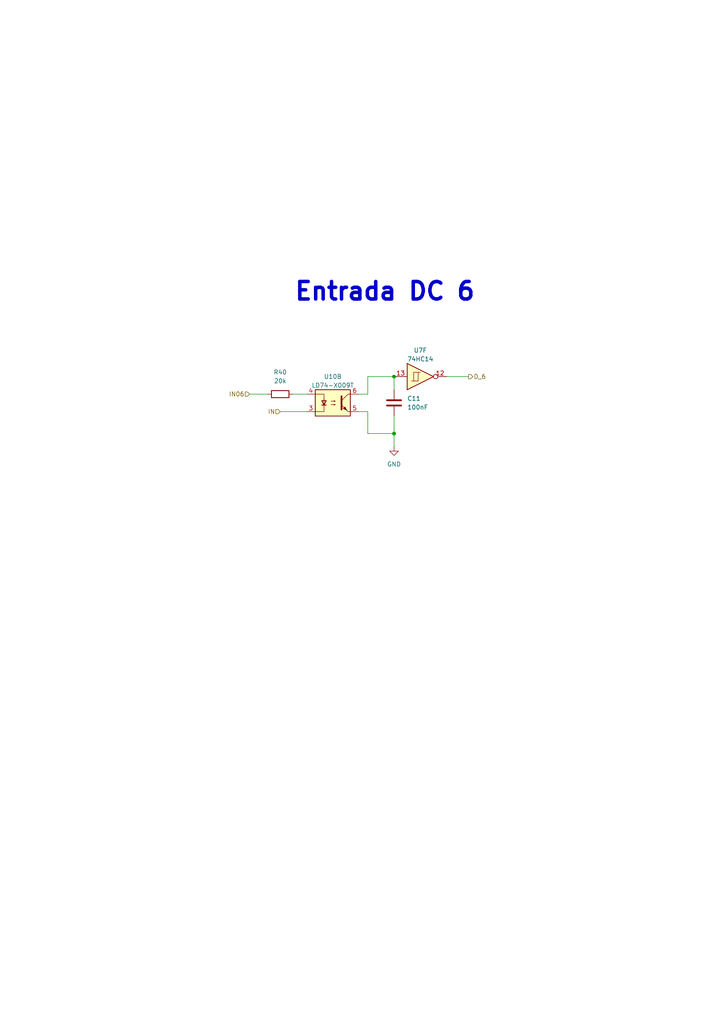
<source format=kicad_sch>
(kicad_sch (version 20221004) (generator eeschema)
  (paper "A4" portrait)
  (title_block (date "2022-10-09") (rev "José Luis Laica"))
  (lib_symbols
    (symbol "74xx:74HC14" (pin_names (offset 1.016))
      (property "Reference" "U" (at 0 1.27 0))
      (property "Value" "74HC14" (at 0 -1.27 0))
      (symbol "74HC14_1_0"
        (polyline (pts (xy -3.81 3.81) (xy -3.81 -3.81) (xy 3.81 0) (xy -3.81 3.81)) (stroke (width 0.254)) (fill (type background)))
        (pin input line (at -7.62 0 0) (length 3.81) (name "~") (number "1"))
        (pin output inverted (at 7.62 0 180) (length 3.81) (name "~") (number "2"))
      )
      (symbol "74HC14_1_1"
        (polyline (pts (xy -1.905 -1.27) (xy -1.905 1.27) (xy -0.635 1.27)))
        (polyline (pts (xy -2.54 -1.27) (xy -0.635 -1.27) (xy -0.635 1.27) (xy 0 1.27)))
      )
      (symbol "74HC14_2_0"
        (polyline (pts (xy -3.81 3.81) (xy -3.81 -3.81) (xy 3.81 0) (xy -3.81 3.81)) (stroke (width 0.254)) (fill (type background)))
        (pin input line (at -7.62 0 0) (length 3.81) (name "~") (number "3"))
        (pin output inverted (at 7.62 0 180) (length 3.81) (name "~") (number "4"))
      )
      (symbol "74HC14_2_1"
        (polyline (pts (xy -1.905 -1.27) (xy -1.905 1.27) (xy -0.635 1.27)))
        (polyline (pts (xy -2.54 -1.27) (xy -0.635 -1.27) (xy -0.635 1.27) (xy 0 1.27)))
      )
      (symbol "74HC14_3_0"
        (polyline (pts (xy -3.81 3.81) (xy -3.81 -3.81) (xy 3.81 0) (xy -3.81 3.81)) (stroke (width 0.254)) (fill (type background)))
        (pin input line (at -7.62 0 0) (length 3.81) (name "~") (number "5"))
        (pin output inverted (at 7.62 0 180) (length 3.81) (name "~") (number "6"))
      )
      (symbol "74HC14_3_1"
        (polyline (pts (xy -1.905 -1.27) (xy -1.905 1.27) (xy -0.635 1.27)))
        (polyline (pts (xy -2.54 -1.27) (xy -0.635 -1.27) (xy -0.635 1.27) (xy 0 1.27)))
      )
      (symbol "74HC14_4_0"
        (polyline (pts (xy -3.81 3.81) (xy -3.81 -3.81) (xy 3.81 0) (xy -3.81 3.81)) (stroke (width 0.254)) (fill (type background)))
        (pin output inverted (at 7.62 0 180) (length 3.81) (name "~") (number "8"))
        (pin input line (at -7.62 0 0) (length 3.81) (name "~") (number "9"))
      )
      (symbol "74HC14_4_1"
        (polyline (pts (xy -1.905 -1.27) (xy -1.905 1.27) (xy -0.635 1.27)))
        (polyline (pts (xy -2.54 -1.27) (xy -0.635 -1.27) (xy -0.635 1.27) (xy 0 1.27)))
      )
      (symbol "74HC14_5_0"
        (polyline (pts (xy -3.81 3.81) (xy -3.81 -3.81) (xy 3.81 0) (xy -3.81 3.81)) (stroke (width 0.254)) (fill (type background)))
        (pin output inverted (at 7.62 0 180) (length 3.81) (name "~") (number "10"))
        (pin input line (at -7.62 0 0) (length 3.81) (name "~") (number "11"))
      )
      (symbol "74HC14_5_1"
        (polyline (pts (xy -1.905 -1.27) (xy -1.905 1.27) (xy -0.635 1.27)))
        (polyline (pts (xy -2.54 -1.27) (xy -0.635 -1.27) (xy -0.635 1.27) (xy 0 1.27)))
      )
      (symbol "74HC14_6_0"
        (polyline (pts (xy -3.81 3.81) (xy -3.81 -3.81) (xy 3.81 0) (xy -3.81 3.81)) (stroke (width 0.254)) (fill (type background)))
        (pin output inverted (at 7.62 0 180) (length 3.81) (name "~") (number "12"))
        (pin input line (at -7.62 0 0) (length 3.81) (name "~") (number "13"))
      )
      (symbol "74HC14_6_1"
        (polyline (pts (xy -1.905 -1.27) (xy -1.905 1.27) (xy -0.635 1.27)))
        (polyline (pts (xy -2.54 -1.27) (xy -0.635 -1.27) (xy -0.635 1.27) (xy 0 1.27)))
      )
      (symbol "74HC14_7_0"
        (pin power_in line (at 0 12.7 270) (length 5.08) (name "VCC") (number "14"))
        (pin power_in line (at 0 -12.7 90) (length 5.08) (name "GND") (number "7"))
      )
      (symbol "74HC14_7_1"
        (rectangle (start -5.08 7.62) (end 5.08 -7.62) (stroke (width 0.254)) (fill (type background)))
      )
    )
    (symbol "Device:C" (pin_numbers hide) (pin_names (offset 0.254))
      (property "Reference" "C" (at 0.635 2.54 0))
      (property "Value" "C" (at 0.635 -2.54 0))
      (symbol "C_0_1"
        (polyline (pts (xy -2.032 -0.762) (xy 2.032 -0.762)) (stroke (width 0.508)))
        (polyline (pts (xy -2.032 0.762) (xy 2.032 0.762)) (stroke (width 0.508)))
      )
      (symbol "C_1_1"
        (pin passive line (at 0 3.81 270) (length 2.794) (name "~") (number "1"))
        (pin passive line (at 0 -3.81 90) (length 2.794) (name "~") (number "2"))
      )
    )
    (symbol "Device:R" (pin_numbers hide) (pin_names (offset 0))
      (property "Reference" "R" (at 2.032 0 90))
      (property "Value" "R" (at 0 0 90))
      (symbol "R_0_1"
        (rectangle (start -1.016 -2.54) (end 1.016 2.54) (stroke (width 0.254)))
      )
      (symbol "R_1_1"
        (pin passive line (at 0 3.81 270) (length 1.27) (name "~") (number "1"))
        (pin passive line (at 0 -3.81 90) (length 1.27) (name "~") (number "2"))
      )
    )
    (symbol "Isolator:ILD74" (pin_names (offset 1.016))
      (property "Reference" "U" (at -5.08 5.08 0))
      (property "Value" "ILD74" (at 0 5.08 0))
      (symbol "ILD74_0_1"
        (rectangle (start -5.08 3.81) (end 5.08 -3.81) (stroke (width 0.254)) (fill (type background)))
        (polyline (pts (xy -3.175 -0.635) (xy -1.905 -0.635)) (stroke (width 0.254)))
        (polyline (pts (xy 2.54 0.635) (xy 4.445 2.54)))
        (polyline (pts (xy 4.445 -2.54) (xy 2.54 -0.635)) (fill (type outline)))
        (polyline (pts (xy 4.445 -2.54) (xy 5.08 -2.54)))
        (polyline (pts (xy 4.445 2.54) (xy 5.08 2.54)))
        (polyline (pts (xy -5.08 2.54) (xy -2.54 2.54) (xy -2.54 0.635)))
        (polyline (pts (xy 2.54 1.905) (xy 2.54 -1.905) (xy 2.54 -1.905)) (stroke (width 0.508)))
        (polyline (pts (xy -2.54 -0.635) (xy -3.175 0.635) (xy -1.905 0.635) (xy -2.54 -0.635)) (stroke (width 0.254)))
        (polyline (pts (xy -2.54 -0.635) (xy -2.54 1.27) (xy -2.54 -2.54) (xy -5.08 -2.54)))
        (polyline (pts (xy -0.508 -0.508) (xy 0.762 -0.508) (xy 0.381 -0.635) (xy 0.381 -0.381) (xy 0.762 -0.508)))
        (polyline (pts (xy -0.508 0.508) (xy 0.762 0.508) (xy 0.381 0.381) (xy 0.381 0.635) (xy 0.762 0.508)))
        (polyline (pts (xy 3.048 -1.651) (xy 3.556 -1.143) (xy 4.064 -2.159) (xy 3.048 -1.651) (xy 3.048 -1.651)) (fill (type outline)))
      )
      (symbol "ILD74_1_1"
        (pin passive line (at -7.62 2.54 0) (length 2.54) (name "~") (number "1"))
        (pin passive line (at -7.62 -2.54 0) (length 2.54) (name "~") (number "2"))
        (pin passive line (at 7.62 2.54 180) (length 2.54) (name "~") (number "7"))
        (pin passive line (at 7.62 -2.54 180) (length 2.54) (name "~") (number "8"))
      )
      (symbol "ILD74_2_1"
        (pin passive line (at -7.62 -2.54 0) (length 2.54) (name "~") (number "3"))
        (pin passive line (at -7.62 2.54 0) (length 2.54) (name "~") (number "4"))
        (pin passive line (at 7.62 -2.54 180) (length 2.54) (name "~") (number "5"))
        (pin passive line (at 7.62 2.54 180) (length 2.54) (name "~") (number "6"))
      )
    )
    (symbol "power:GND" (power) (pin_names (offset 0))
      (property "Value" "GND" (at 0 -3.81 0))
      (symbol "GND_0_1"
        (polyline (pts (xy 0 0) (xy 0 -1.27) (xy 1.27 -1.27) (xy 0 -2.54) (xy -1.27 -1.27) (xy 0 -1.27)))
      )
      (symbol "GND_1_1"
        (pin power_in line (at 0 0 270) (length 0) hide (name "GND") (number "1"))
      )
    )
  )
  (junction (at 114.3 125.73))
  (junction (at 114.3 109.22))
  (wire (pts (xy 104.14 119.38) (xy 106.68 119.38)))
  (wire (pts (xy 85.09 114.3) (xy 88.9 114.3)))
  (wire (pts (xy 106.68 119.38) (xy 106.68 125.73)))
  (wire (pts (xy 114.3 129.54) (xy 114.3 125.73)))
  (wire (pts (xy 114.3 109.22) (xy 114.3 113.03)))
  (wire (pts (xy 81.28 119.38) (xy 88.9 119.38)))
  (wire (pts (xy 114.3 125.73) (xy 114.3 120.65)))
  (wire (pts (xy 106.68 114.3) (xy 106.68 109.22)))
  (wire (pts (xy 72.39 114.3) (xy 77.47 114.3)))
  (wire (pts (xy 129.54 109.22) (xy 135.89 109.22)))
  (wire (pts (xy 106.68 125.73) (xy 114.3 125.73)))
  (wire (pts (xy 104.14 114.3) (xy 106.68 114.3)))
  (wire (pts (xy 106.68 109.22) (xy 114.3 109.22)))
  (text "Entrada DC 6" (at 85.09 87.63 0) (effects (font (size 5.08 5.08) (thickness 1.016) bold) (justify left bottom)))
  (hierarchical_label "IN" (shape input) (at 81.28 119.38 180))
  (hierarchical_label "IN06" (shape input) (at 72.39 114.3 180))
  (hierarchical_label "D_6" (shape output) (at 135.89 109.22 0))
  (symbol (lib_id "Device:R") (at 81.28 114.3 90) (unit 1)
    (property "Reference" "R40" (at 81.28 107.95 90))
    (property "Value" "20k" (at 81.28 110.49 90))
    (property "Footprint" "Resistor_SMD:R_0603_1608Metric" (effects hide))
  )
  (symbol (lib_id "power:GND") (at 114.3 129.54 0) (unit 1)
    (property "Reference" "#PWR011" (effects hide))
    (property "Value" "GND" (at 114.3 134.62 0))
  )
  (symbol (lib_id "Device:C") (at 114.3 116.84 0) (unit 1)
    (property "Reference" "C11" (at 118.11 115.5699 0) (effects (justify left)))
    (property "Value" "100nF" (at 118.11 118.1099 0) (effects (justify left)))
    (property "Footprint" "Capacitor_SMD:C_0402_1005Metric" (effects hide))
  )
  (symbol (lib_id "74xx:74HC14") (at 121.92 109.22 0) (unit 6)
    (property "Reference" "U7" (at 121.92 101.6 0))
    (property "Value" "74HC14" (at 121.92 104.14 0))
    (property "Footprint" "Package_SO:SOIC-14W_7.5x9mm_P1.27mm" (effects hide))
    (property "Datasheet" "http://www.ti.com/lit/gpn/sn74HC14" (effects hide))
  )
  (symbol (lib_id "Isolator:ILD74") (at 96.52 116.84 0) (unit 2)
    (property "Reference" "U10" (at 96.52 109.22 0))
    (property "Value" "LD74-X009T" (at 96.52 111.76 0))
    (property "Footprint" "Package_DIP:DIP-8_W8.89mm_SMDSocket_LongPads" (effects hide))
    (property "Datasheet" "https://www.vishay.com/docs/83640/ild74.pdf" (effects hide))
  )
)
</source>
